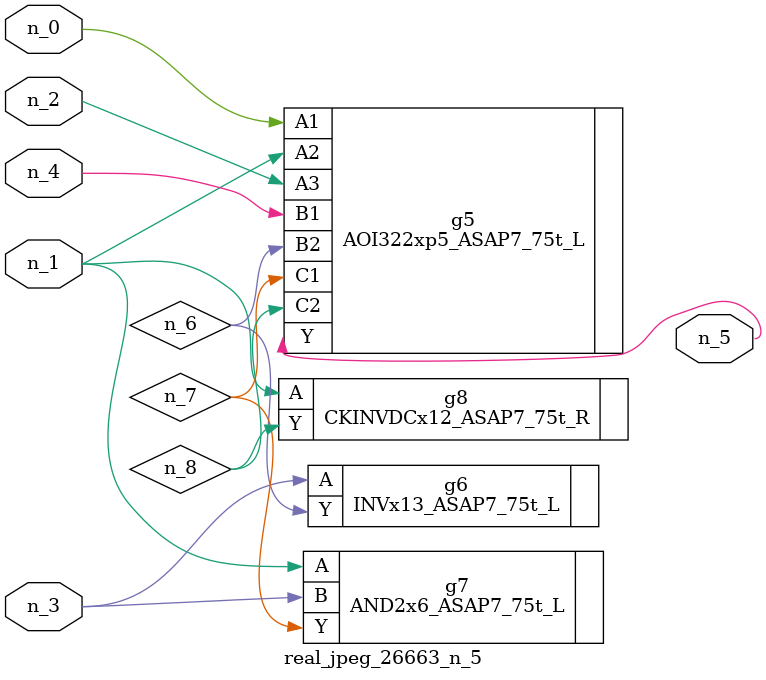
<source format=v>
module real_jpeg_26663_n_5 (n_4, n_0, n_1, n_2, n_3, n_5);

input n_4;
input n_0;
input n_1;
input n_2;
input n_3;

output n_5;

wire n_8;
wire n_6;
wire n_7;

AOI322xp5_ASAP7_75t_L g5 ( 
.A1(n_0),
.A2(n_1),
.A3(n_2),
.B1(n_4),
.B2(n_6),
.C1(n_7),
.C2(n_8),
.Y(n_5)
);

AND2x6_ASAP7_75t_L g7 ( 
.A(n_1),
.B(n_3),
.Y(n_7)
);

CKINVDCx12_ASAP7_75t_R g8 ( 
.A(n_1),
.Y(n_8)
);

INVx13_ASAP7_75t_L g6 ( 
.A(n_3),
.Y(n_6)
);


endmodule
</source>
